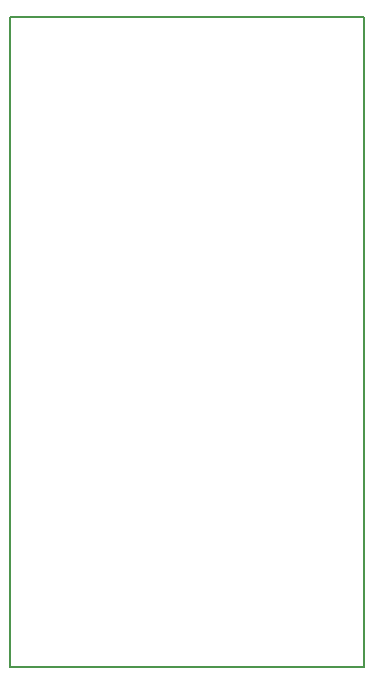
<source format=gm1>
G04 #@! TF.FileFunction,Profile,NP*
%FSLAX46Y46*%
G04 Gerber Fmt 4.6, Leading zero omitted, Abs format (unit mm)*
G04 Created by KiCad (PCBNEW 4.0.7) date 07/17/18 20:37:52*
%MOMM*%
%LPD*%
G01*
G04 APERTURE LIST*
%ADD10C,0.100000*%
%ADD11C,0.150000*%
G04 APERTURE END LIST*
D10*
D11*
X115000000Y-72500000D02*
X85000000Y-72500000D01*
X115000000Y-127500000D02*
X115000000Y-72500000D01*
X85000000Y-127500000D02*
X115000000Y-127500000D01*
X85000000Y-72500000D02*
X85000000Y-127500000D01*
M02*

</source>
